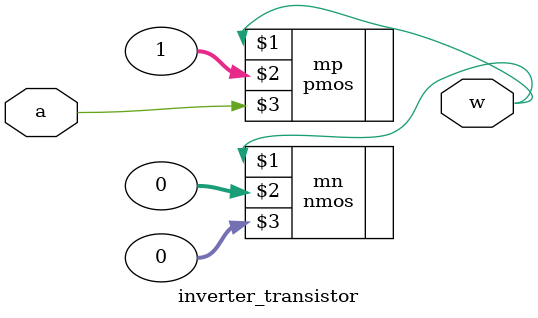
<source format=v>
module inverter_transistor(w, a);
input a;
output w;
nmos mn (w, 0, 0);
pmos mp (w, 1, a);
endmodule
</source>
